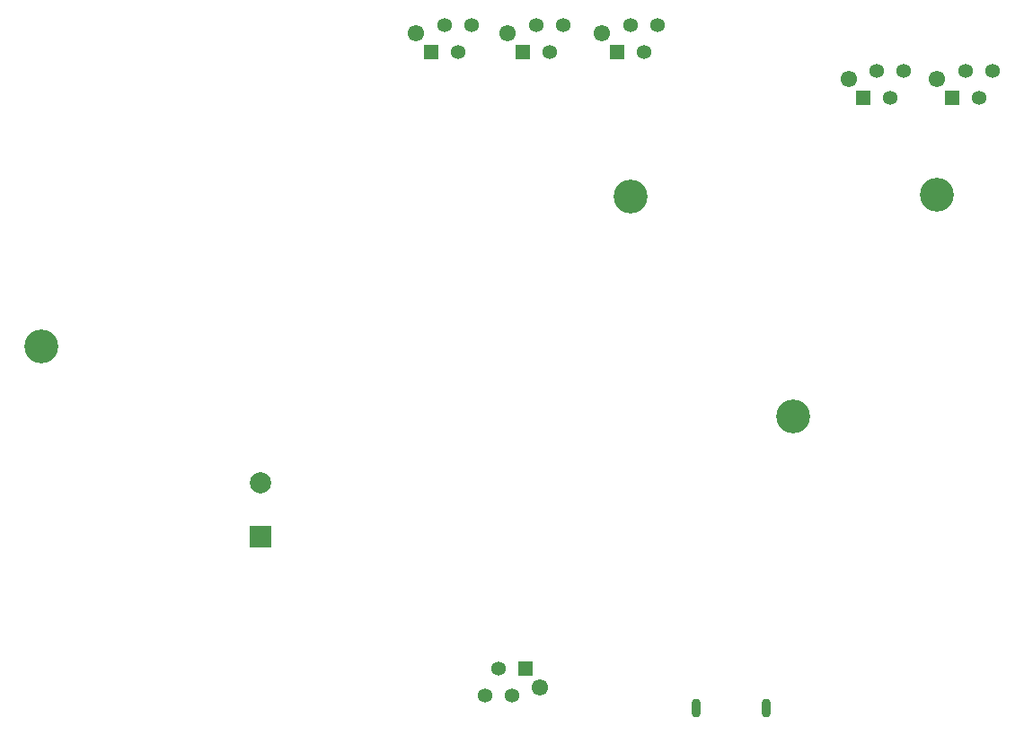
<source format=gbr>
%TF.GenerationSoftware,KiCad,Pcbnew,5.1.11*%
%TF.CreationDate,2021-11-21T12:03:26+02:00*%
%TF.ProjectId,Electronics,456c6563-7472-46f6-9e69-63732e6b6963,2.2*%
%TF.SameCoordinates,Original*%
%TF.FileFunction,Soldermask,Bot*%
%TF.FilePolarity,Negative*%
%FSLAX46Y46*%
G04 Gerber Fmt 4.6, Leading zero omitted, Abs format (unit mm)*
G04 Created by KiCad (PCBNEW 5.1.11) date 2021-11-21 12:03:26*
%MOMM*%
%LPD*%
G01*
G04 APERTURE LIST*
%ADD10O,0.900000X1.800000*%
%ADD11C,3.200000*%
%ADD12C,2.000000*%
%ADD13R,2.000000X2.000000*%
%ADD14C,1.550000*%
%ADD15C,1.358000*%
%ADD16R,1.358000X1.358000*%
G04 APERTURE END LIST*
D10*
%TO.C,J16*%
X130000000Y-125000000D03*
X123400000Y-125000000D03*
%TD*%
D11*
%TO.C,H4*%
X61650000Y-90900000D03*
%TD*%
%TO.C,H3*%
X146050000Y-76600000D03*
%TD*%
%TO.C,H2*%
X117150000Y-76750000D03*
%TD*%
%TO.C,H1*%
X132475000Y-97475000D03*
%TD*%
D12*
%TO.C,C25*%
X82300000Y-103800000D03*
D13*
X82300000Y-108800000D03*
%TD*%
D14*
%TO.C,Aim*%
X105600000Y-61300000D03*
D15*
X110810000Y-60560000D03*
X109540000Y-63100000D03*
X108270000Y-60560000D03*
D16*
X107000000Y-63100000D03*
%TD*%
D14*
%TO.C,Hold*%
X96950000Y-61300000D03*
D15*
X102160000Y-60560000D03*
X100890000Y-63100000D03*
X99620000Y-60560000D03*
D16*
X98350000Y-63100000D03*
%TD*%
%TO.C,Thrower*%
X115900000Y-63100000D03*
D15*
X117170000Y-60560000D03*
X118440000Y-63100000D03*
X119710000Y-60560000D03*
D14*
X114500000Y-61300000D03*
%TD*%
%TO.C,MOT3*%
X108650000Y-123100000D03*
D15*
X103440000Y-123840000D03*
X104710000Y-121300000D03*
X105980000Y-123840000D03*
D16*
X107250000Y-121300000D03*
%TD*%
D14*
%TO.C,MOT2*%
X146100000Y-65650000D03*
D15*
X151310000Y-64910000D03*
X150040000Y-67450000D03*
X148770000Y-64910000D03*
D16*
X147500000Y-67450000D03*
%TD*%
D14*
%TO.C,MOT1*%
X137750000Y-65650000D03*
D15*
X142960000Y-64910000D03*
X141690000Y-67450000D03*
X140420000Y-64910000D03*
D16*
X139150000Y-67450000D03*
%TD*%
M02*

</source>
